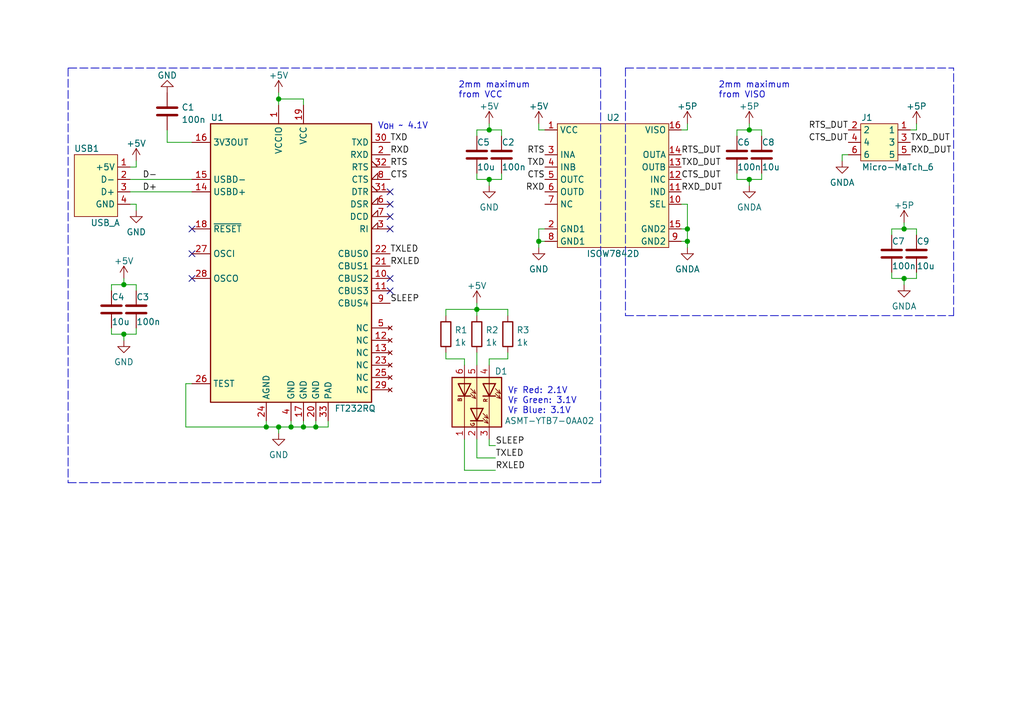
<source format=kicad_sch>
(kicad_sch (version 20211123) (generator eeschema)
  (paper "A5")
  (title_block (title "isolated USB to UART") (date "2022-12-17") (rev "2.1") (company "Peter Züger") (comment 1 "© 2022"))
  (lib_symbols
    (symbol "Device:C" (pin_numbers hide) (pin_names (offset 0.254))
      (property "Reference" "C" (at 0.635 2.54 0))
      (property "Value" "C" (at 0.635 -2.54 0))
      (symbol "C_0_1"
        (polyline (pts (xy -2.032 -0.762) (xy 2.032 -0.762)) (stroke (width 0.508)))
        (polyline (pts (xy -2.032 0.762) (xy 2.032 0.762)) (stroke (width 0.508)))
      )
      (symbol "C_1_1"
        (pin passive line (at 0 3.81 270) (length 2.794) (name "~") (number "1"))
        (pin passive line (at 0 -3.81 90) (length 2.794) (name "~") (number "2"))
      )
    )
    (symbol "Device:R" (pin_numbers hide) (pin_names (offset 0))
      (property "Reference" "R" (at 2.032 0 90))
      (property "Value" "R" (at 0 0 90))
      (symbol "R_0_1"
        (rectangle (start -1.016 -2.54) (end 1.016 2.54) (stroke (width 0.254)))
      )
      (symbol "R_1_1"
        (pin passive line (at 0 3.81 270) (length 1.27) (name "~") (number "1"))
        (pin passive line (at 0 -3.81 90) (length 1.27) (name "~") (number "2"))
      )
    )
    (symbol "LED:ASMT-YTB7-0AA02" (pin_names hide)
      (property "Reference" "D" (at -5.08 6.35 0))
      (property "Value" "ASMT-YTB7-0AA02" (at -5.08 -6.35 0))
      (symbol "ASMT-YTB7-0AA02_0_0"
        (text "B" (at -0.508 -3.4544 0) (effects (font (size 0.762 0.762))))
        (text "G" (at 4.5466 -0.8382 0) (effects (font (size 0.762 0.762))))
        (text "R" (at -0.381 1.8034 0) (effects (font (size 0.762 0.762))))
      )
      (symbol "ASMT-YTB7-0AA02_0_1"
        (rectangle (start -5.08 5.08) (end 5.08 -5.08) (stroke (width 0.254)) (fill (type background)))
        (polyline (pts (xy -5.08 -2.54) (xy 5.08 -2.54)))
        (polyline (pts (xy -5.08 0) (xy 5.08 0)))
        (polyline (pts (xy -5.08 2.54) (xy 5.08 2.54)))
        (polyline (pts (xy -2.794 -1.27) (xy -1.778 -0.254)))
        (polyline (pts (xy -2.794 3.81) (xy -1.778 4.826)))
        (polyline (pts (xy -1.778 -1.27) (xy -0.762 -0.254)))
        (polyline (pts (xy -1.778 3.81) (xy -0.762 4.826)))
        (polyline (pts (xy -1.27 -1.27) (xy -1.27 -3.81)) (stroke (width 0.254)))
        (polyline (pts (xy -1.27 3.81) (xy -1.27 1.27)) (stroke (width 0.254)))
        (polyline (pts (xy 2.286 1.27) (xy 3.302 2.286)))
        (polyline (pts (xy 3.302 1.27) (xy 4.318 2.286)))
        (polyline (pts (xy 3.81 1.27) (xy 3.81 -1.27)) (stroke (width 0.254)))
        (polyline (pts (xy -2.54 4.572) (xy -1.778 4.826) (xy -2.032 4.064)))
        (polyline (pts (xy -2.032 -1.016) (xy -1.778 -0.254) (xy -2.54 -0.508)))
        (polyline (pts (xy -1.524 -0.508) (xy -0.762 -0.254) (xy -1.016 -1.016)))
        (polyline (pts (xy -1.524 4.572) (xy -0.762 4.826) (xy -1.016 4.064)))
        (polyline (pts (xy 3.048 1.524) (xy 3.302 2.286) (xy 2.54 2.032)))
        (polyline (pts (xy 3.556 2.032) (xy 4.318 2.286) (xy 4.064 1.524)))
        (polyline (pts (xy -3.81 -1.27) (xy -3.81 -3.81) (xy -1.27 -2.54) (xy -3.81 -1.27)) (stroke (width 0.254)))
        (polyline (pts (xy -3.81 3.81) (xy -3.81 1.27) (xy -1.27 2.54) (xy -3.81 3.81)) (stroke (width 0.254)))
        (polyline (pts (xy 1.27 1.27) (xy 1.27 -1.27) (xy 3.81 0) (xy 1.27 1.27)) (stroke (width 0.254)))
      )
      (symbol "ASMT-YTB7-0AA02_1_1"
        (pin passive line (at 7.62 -2.54 180) (length 2.54) (name "KB") (number "1"))
        (pin passive line (at 7.62 0 180) (length 2.54) (name "KG") (number "2"))
        (pin passive line (at 7.62 2.54 180) (length 2.54) (name "KR") (number "3"))
        (pin passive line (at -7.62 2.54 0) (length 2.54) (name "AR") (number "4"))
        (pin passive line (at -7.62 0 0) (length 2.54) (name "AG") (number "5"))
        (pin passive line (at -7.62 -2.54 0) (length 2.54) (name "AB") (number "6"))
      )
    )
    (symbol "USBtoUART:FT232RQ"
      (property "Reference" "U" (at -15.24 29.21 0))
      (property "Value" "FT232RQ" (at -12.7 -30.48 0))
      (symbol "FT232RQ_0_1"
        (rectangle (start -16.51 27.94) (end 16.51 -29.21) (stroke (width 0.254)) (fill (type background)))
      )
      (symbol "FT232RQ_1_1"
        (pin power_in line (at -2.54 31.75 270) (length 3.81) (name "VCCIO") (number "1"))
        (pin bidirectional line (at 20.32 -3.81 180) (length 3.81) (name "CBUS2") (number "10"))
        (pin bidirectional line (at 20.32 -6.35 180) (length 3.81) (name "CBUS3") (number "11"))
        (pin no_connect line (at 20.32 -16.51 180) (length 3.81) (name "NC") (number "12"))
        (pin no_connect line (at 20.32 -19.05 180) (length 3.81) (name "NC") (number "13"))
        (pin bidirectional line (at -20.32 13.97 0) (length 3.81) (name "USBD+") (number "14"))
        (pin bidirectional line (at -20.32 16.51 0) (length 3.81) (name "USBD-") (number "15"))
        (pin power_out line (at -20.32 24.13 0) (length 3.81) (name "3V3OUT") (number "16"))
        (pin power_in line (at 2.54 -33.02 90) (length 3.81) (name "GND") (number "17"))
        (pin input line (at -20.32 6.35 0) (length 3.81) (name "~{RESET}") (number "18"))
        (pin power_in line (at 2.54 31.75 270) (length 3.81) (name "VCC") (number "19"))
        (pin input line (at 20.32 21.59 180) (length 3.81) (name "RXD") (number "2"))
        (pin power_in line (at 5.08 -33.02 90) (length 3.81) (name "GND") (number "20"))
        (pin bidirectional line (at 20.32 -1.27 180) (length 3.81) (name "CBUS1") (number "21"))
        (pin bidirectional line (at 20.32 1.27 180) (length 3.81) (name "CBUS0") (number "22"))
        (pin no_connect line (at 20.32 -21.59 180) (length 3.81) (name "NC") (number "23"))
        (pin power_in line (at -5.08 -33.02 90) (length 3.81) (name "AGND") (number "24"))
        (pin no_connect line (at 20.32 -24.13 180) (length 3.81) (name "NC") (number "25"))
        (pin input line (at -20.32 -25.4 0) (length 3.81) (name "TEST") (number "26"))
        (pin input line (at -20.32 1.27 0) (length 3.81) (name "OSCI") (number "27"))
        (pin output line (at -20.32 -3.81 0) (length 3.81) (name "OSCO") (number "28"))
        (pin no_connect line (at 20.32 -26.67 180) (length 3.81) (name "NC") (number "29"))
        (pin input input_low (at 20.32 6.35 180) (length 3.81) (name "RI") (number "3"))
        (pin output line (at 20.32 24.13 180) (length 3.81) (name "TXD") (number "30"))
        (pin output output_low (at 20.32 13.97 180) (length 3.81) (name "DTR") (number "31"))
        (pin output output_low (at 20.32 19.05 180) (length 3.81) (name "RTS") (number "32"))
        (pin power_in line (at 7.62 -33.02 90) (length 3.81) (name "PAD") (number "33"))
        (pin power_in line (at 0 -33.02 90) (length 3.81) (name "GND") (number "4"))
        (pin no_connect line (at 20.32 -13.97 180) (length 3.81) (name "NC") (number "5"))
        (pin input input_low (at 20.32 11.43 180) (length 3.81) (name "DSR") (number "6"))
        (pin input input_low (at 20.32 8.89 180) (length 3.81) (name "DCD") (number "7"))
        (pin input input_low (at 20.32 16.51 180) (length 3.81) (name "CTS") (number "8"))
        (pin bidirectional line (at 20.32 -8.89 180) (length 3.81) (name "CBUS4") (number "9"))
      )
    )
    (symbol "USBtoUART:ISOW7842D"
      (property "Reference" "U" (at -10.16 17.78 0))
      (property "Value" "ISOW7842D" (at 0 -10.16 0))
      (symbol "ISOW7842D_0_1"
        (rectangle (start -11.43 16.51) (end 11.43 -8.89) (stroke (width 0.1524)) (fill (type background)))
      )
      (symbol "ISOW7842D_1_1"
        (pin power_in line (at -13.97 15.24 0) (length 2.54) (name "VCC") (number "1"))
        (pin input line (at 13.97 0 180) (length 2.54) (name "SEL") (number "10"))
        (pin input line (at 13.97 2.54 180) (length 2.54) (name "IND") (number "11"))
        (pin input line (at 13.97 5.08 180) (length 2.54) (name "INC") (number "12"))
        (pin output line (at 13.97 7.62 180) (length 2.54) (name "OUTB") (number "13"))
        (pin output line (at 13.97 10.16 180) (length 2.54) (name "OUTA") (number "14"))
        (pin power_out line (at 13.97 -5.08 180) (length 2.54) (name "GND2") (number "15"))
        (pin power_out line (at 13.97 15.24 180) (length 2.54) (name "VISO") (number "16"))
        (pin power_in line (at -13.97 -5.08 0) (length 2.54) (name "GND1") (number "2"))
        (pin input line (at -13.97 10.16 0) (length 2.54) (name "INA") (number "3"))
        (pin input line (at -13.97 7.62 0) (length 2.54) (name "INB") (number "4"))
        (pin output line (at -13.97 5.08 0) (length 2.54) (name "OUTC") (number "5"))
        (pin output line (at -13.97 2.54 0) (length 2.54) (name "OUTD") (number "6"))
        (pin free line (at -13.97 0 0) (length 2.54) (name "NC") (number "7"))
        (pin power_in line (at -13.97 -7.62 0) (length 2.54) (name "GND1") (number "8"))
        (pin power_in line (at 13.97 -7.62 180) (length 2.54) (name "GND2") (number "9"))
      )
    )
    (symbol "USBtoUART:Micro-MaTch_6"
      (property "Reference" "J" (at -2.54 5.08 0))
      (property "Value" "Micro-MaTch_6" (at 0 -5.08 0))
      (symbol "Micro-MaTch_6_0_1"
        (rectangle (start -3.81 3.81) (end 3.81 -3.81) (stroke (width 0.1524)) (fill (type background)))
      )
      (symbol "Micro-MaTch_6_1_1"
        (pin passive line (at 6.35 2.54 180) (length 2.54) (name "1") (number "1"))
        (pin passive line (at -6.35 2.54 0) (length 2.54) (name "2") (number "2"))
        (pin passive line (at 6.35 0 180) (length 2.54) (name "3") (number "3"))
        (pin passive line (at -6.35 0 0) (length 2.54) (name "4") (number "4"))
        (pin passive line (at 6.35 -2.54 180) (length 2.54) (name "5") (number "5"))
        (pin passive line (at -6.35 -2.54 0) (length 2.54) (name "6") (number "6"))
      )
    )
    (symbol "USBtoUART:USB_A" (in_bom no)
      (property "Reference" "USB" (at -7.62 7.62 0))
      (property "Value" "USB_A" (at -6.35 -7.62 0))
      (symbol "USB_A_0_1"
        (rectangle (start 0 6.35) (end -8.89 -6.35) (stroke (width 0.1524)) (fill (type background)))
      )
      (symbol "USB_A_1_1"
        (pin power_out line (at 2.54 3.81 180) (length 2.54) (name "+5V") (number "1"))
        (pin bidirectional line (at 2.54 1.27 180) (length 2.54) (name "D-") (number "2"))
        (pin bidirectional line (at 2.54 -1.27 180) (length 2.54) (name "D+") (number "3"))
        (pin power_out line (at 2.54 -3.81 180) (length 2.54) (name "GND") (number "4"))
      )
    )
    (symbol "power:+5P" (power) (pin_names (offset 0))
      (property "Value" "+5P" (at 0 3.556 0))
      (symbol "+5P_0_1"
        (polyline (pts (xy -0.762 1.27) (xy 0 2.54)))
        (polyline (pts (xy 0 0) (xy 0 2.54)))
        (polyline (pts (xy 0 2.54) (xy 0.762 1.27)))
      )
      (symbol "+5P_1_1"
        (pin power_in line (at 0 0 90) (length 0) hide (name "+5P") (number "1"))
      )
    )
    (symbol "power:+5V" (power) (pin_names (offset 0))
      (property "Value" "+5V" (at 0 3.556 0))
      (symbol "+5V_0_1"
        (polyline (pts (xy -0.762 1.27) (xy 0 2.54)))
        (polyline (pts (xy 0 0) (xy 0 2.54)))
        (polyline (pts (xy 0 2.54) (xy 0.762 1.27)))
      )
      (symbol "+5V_1_1"
        (pin power_in line (at 0 0 90) (length 0) hide (name "+5V") (number "1"))
      )
    )
    (symbol "power:GND" (power) (pin_names (offset 0))
      (property "Value" "GND" (at 0 -3.81 0))
      (symbol "GND_0_1"
        (polyline (pts (xy 0 0) (xy 0 -1.27) (xy 1.27 -1.27) (xy 0 -2.54) (xy -1.27 -1.27) (xy 0 -1.27)))
      )
      (symbol "GND_1_1"
        (pin power_in line (at 0 0 270) (length 0) hide (name "GND") (number "1"))
      )
    )
    (symbol "power:GNDA" (power) (pin_names (offset 0))
      (property "Value" "GNDA" (at 0 -3.81 0))
      (symbol "GNDA_0_1"
        (polyline (pts (xy 0 0) (xy 0 -1.27) (xy 1.27 -1.27) (xy 0 -2.54) (xy -1.27 -1.27) (xy 0 -1.27)))
      )
      (symbol "GNDA_1_1"
        (pin power_in line (at 0 0 270) (length 0) hide (name "GNDA") (number "1"))
      )
    )
  )
  (junction (at 153.67 26.67))
  (junction (at 185.42 46.99))
  (junction (at 57.15 20.32))
  (junction (at 110.49 49.53))
  (junction (at 25.4 68.58))
  (junction (at 57.15 87.63))
  (junction (at 25.4 58.42))
  (junction (at 62.23 87.63))
  (junction (at 97.79 63.5))
  (junction (at 100.33 36.83))
  (junction (at 185.42 57.15))
  (junction (at 140.97 49.53))
  (junction (at 100.33 26.67))
  (junction (at 59.69 87.63))
  (junction (at 153.67 36.83))
  (junction (at 54.61 87.63))
  (junction (at 140.97 46.99))
  (junction (at 64.77 87.63))
  (no_connect (at 80.01 59.69))
  (no_connect (at 80.01 39.37))
  (no_connect (at 80.01 46.99))
  (no_connect (at 80.01 41.91))
  (no_connect (at 39.37 57.15))
  (no_connect (at 80.01 44.45))
  (no_connect (at 39.37 52.07))
  (no_connect (at 39.37 46.99))
  (no_connect (at 80.01 57.15))
  (wire (pts (xy 97.79 63.5) (xy 97.79 64.77)))
  (wire (pts (xy 26.67 39.37) (xy 39.37 39.37)))
  (wire (pts (xy 34.29 29.21) (xy 39.37 29.21)))
  (wire (pts (xy 26.67 36.83) (xy 39.37 36.83)))
  (wire (pts (xy 102.87 36.83) (xy 102.87 35.56)))
  (wire (pts (xy 185.42 46.99) (xy 187.96 46.99)))
  (wire (pts (xy 25.4 68.58) (xy 27.94 68.58)))
  (wire (pts (xy 91.44 63.5) (xy 97.79 63.5)))
  (wire (pts (xy 62.23 20.32) (xy 57.15 20.32)))
  (wire (pts (xy 67.31 87.63) (xy 64.77 87.63)))
  (wire (pts (xy 22.86 59.69) (xy 22.86 58.42)))
  (wire (pts (xy 172.72 31.75) (xy 173.99 31.75)))
  (polyline (pts (xy 123.19 13.97) (xy 123.19 99.06)))
  (wire (pts (xy 27.94 34.29) (xy 27.94 33.02)))
  (polyline (pts (xy 13.97 13.97) (xy 13.97 99.06)))
  (wire (pts (xy 25.4 58.42) (xy 27.94 58.42)))
  (wire (pts (xy 140.97 46.99) (xy 140.97 49.53)))
  (wire (pts (xy 54.61 87.63) (xy 57.15 87.63)))
  (wire (pts (xy 91.44 73.66) (xy 95.25 73.66)))
  (wire (pts (xy 97.79 90.17) (xy 97.79 93.98)))
  (wire (pts (xy 22.86 67.31) (xy 22.86 68.58)))
  (wire (pts (xy 59.69 86.36) (xy 59.69 87.63)))
  (wire (pts (xy 100.33 73.66) (xy 104.14 73.66)))
  (polyline (pts (xy 13.97 99.06) (xy 123.19 99.06)))
  (wire (pts (xy 57.15 87.63) (xy 57.15 88.9)))
  (wire (pts (xy 139.7 49.53) (xy 140.97 49.53)))
  (wire (pts (xy 62.23 87.63) (xy 64.77 87.63)))
  (wire (pts (xy 39.37 78.74) (xy 38.1 78.74)))
  (wire (pts (xy 110.49 26.67) (xy 111.76 26.67)))
  (wire (pts (xy 34.29 26.67) (xy 34.29 29.21)))
  (wire (pts (xy 151.13 35.56) (xy 151.13 36.83)))
  (wire (pts (xy 97.79 62.23) (xy 97.79 63.5)))
  (wire (pts (xy 110.49 46.99) (xy 111.76 46.99)))
  (wire (pts (xy 22.86 68.58) (xy 25.4 68.58)))
  (wire (pts (xy 100.33 90.17) (xy 100.33 91.44)))
  (wire (pts (xy 97.79 93.98) (xy 101.6 93.98)))
  (wire (pts (xy 104.14 73.66) (xy 104.14 72.39)))
  (wire (pts (xy 95.25 96.52) (xy 101.6 96.52)))
  (wire (pts (xy 62.23 86.36) (xy 62.23 87.63)))
  (wire (pts (xy 57.15 87.63) (xy 59.69 87.63)))
  (wire (pts (xy 172.72 33.02) (xy 172.72 31.75)))
  (wire (pts (xy 110.49 25.4) (xy 110.49 26.67)))
  (wire (pts (xy 25.4 57.15) (xy 25.4 58.42)))
  (wire (pts (xy 97.79 35.56) (xy 97.79 36.83)))
  (wire (pts (xy 139.7 46.99) (xy 140.97 46.99)))
  (wire (pts (xy 185.42 57.15) (xy 185.42 58.42)))
  (wire (pts (xy 100.33 91.44) (xy 101.6 91.44)))
  (polyline (pts (xy 123.19 13.97) (xy 13.97 13.97)))
  (wire (pts (xy 100.33 25.4) (xy 100.33 26.67)))
  (wire (pts (xy 151.13 27.94) (xy 151.13 26.67)))
  (wire (pts (xy 139.7 41.91) (xy 140.97 41.91)))
  (wire (pts (xy 57.15 19.05) (xy 57.15 20.32)))
  (wire (pts (xy 62.23 21.59) (xy 62.23 20.32)))
  (wire (pts (xy 97.79 36.83) (xy 100.33 36.83)))
  (wire (pts (xy 25.4 68.58) (xy 25.4 69.85)))
  (wire (pts (xy 110.49 49.53) (xy 111.76 49.53)))
  (wire (pts (xy 104.14 63.5) (xy 104.14 64.77)))
  (wire (pts (xy 156.21 36.83) (xy 156.21 35.56)))
  (polyline (pts (xy 128.27 64.77) (xy 195.58 64.77)))
  (wire (pts (xy 97.79 63.5) (xy 104.14 63.5)))
  (wire (pts (xy 110.49 49.53) (xy 110.49 46.99)))
  (wire (pts (xy 187.96 57.15) (xy 187.96 55.88)))
  (wire (pts (xy 153.67 36.83) (xy 153.67 38.1)))
  (wire (pts (xy 140.97 26.67) (xy 140.97 25.4)))
  (wire (pts (xy 97.79 72.39) (xy 97.79 74.93)))
  (wire (pts (xy 97.79 27.94) (xy 97.79 26.67)))
  (wire (pts (xy 54.61 86.36) (xy 54.61 87.63)))
  (wire (pts (xy 185.42 45.72) (xy 185.42 46.99)))
  (wire (pts (xy 59.69 87.63) (xy 62.23 87.63)))
  (wire (pts (xy 38.1 87.63) (xy 54.61 87.63)))
  (wire (pts (xy 156.21 26.67) (xy 156.21 27.94)))
  (wire (pts (xy 57.15 20.32) (xy 57.15 21.59)))
  (wire (pts (xy 91.44 72.39) (xy 91.44 73.66)))
  (wire (pts (xy 153.67 25.4) (xy 153.67 26.67)))
  (wire (pts (xy 100.33 36.83) (xy 102.87 36.83)))
  (wire (pts (xy 182.88 57.15) (xy 185.42 57.15)))
  (wire (pts (xy 182.88 55.88) (xy 182.88 57.15)))
  (wire (pts (xy 91.44 64.77) (xy 91.44 63.5)))
  (polyline (pts (xy 128.27 13.97) (xy 128.27 64.77)))
  (wire (pts (xy 27.94 58.42) (xy 27.94 59.69)))
  (wire (pts (xy 139.7 26.67) (xy 140.97 26.67)))
  (wire (pts (xy 185.42 57.15) (xy 187.96 57.15)))
  (wire (pts (xy 140.97 49.53) (xy 140.97 50.8)))
  (wire (pts (xy 95.25 90.17) (xy 95.25 96.52)))
  (wire (pts (xy 22.86 58.42) (xy 25.4 58.42)))
  (wire (pts (xy 97.79 26.67) (xy 100.33 26.67)))
  (wire (pts (xy 38.1 78.74) (xy 38.1 87.63)))
  (wire (pts (xy 153.67 26.67) (xy 156.21 26.67)))
  (polyline (pts (xy 195.58 64.77) (xy 195.58 13.97)))
  (wire (pts (xy 140.97 41.91) (xy 140.97 46.99)))
  (wire (pts (xy 187.96 46.99) (xy 187.96 48.26)))
  (wire (pts (xy 64.77 87.63) (xy 64.77 86.36)))
  (wire (pts (xy 187.96 26.67) (xy 187.96 25.4)))
  (polyline (pts (xy 128.27 13.97) (xy 195.58 13.97)))
  (wire (pts (xy 27.94 68.58) (xy 27.94 67.31)))
  (wire (pts (xy 95.25 73.66) (xy 95.25 74.93)))
  (wire (pts (xy 102.87 26.67) (xy 102.87 27.94)))
  (wire (pts (xy 110.49 50.8) (xy 110.49 49.53)))
  (wire (pts (xy 100.33 26.67) (xy 102.87 26.67)))
  (wire (pts (xy 100.33 74.93) (xy 100.33 73.66)))
  (wire (pts (xy 100.33 36.83) (xy 100.33 38.1)))
  (wire (pts (xy 26.67 41.91) (xy 27.94 41.91)))
  (wire (pts (xy 186.69 26.67) (xy 187.96 26.67)))
  (wire (pts (xy 27.94 41.91) (xy 27.94 43.18)))
  (wire (pts (xy 67.31 86.36) (xy 67.31 87.63)))
  (wire (pts (xy 153.67 36.83) (xy 156.21 36.83)))
  (wire (pts (xy 182.88 48.26) (xy 182.88 46.99)))
  (wire (pts (xy 151.13 36.83) (xy 153.67 36.83)))
  (wire (pts (xy 151.13 26.67) (xy 153.67 26.67)))
  (wire (pts (xy 26.67 34.29) (xy 27.94 34.29)))
  (wire (pts (xy 182.88 46.99) (xy 185.42 46.99)))
  (text "2mm maximum \nfrom VCC" (at 93.98 20.32 0) (effects (font (size 1.27 1.27)) (justify left bottom)))
  (text "2mm maximum \nfrom VISO" (at 147.32 20.32 0) (effects (font (size 1.27 1.27)) (justify left bottom)))
  (text "V_{OH} ~ 4.1V" (at 77.47 26.67 0) (effects (font (size 1.27 1.27)) (justify left bottom)))
  (text "V_{F} Red: 2.1V\nV_{F} Green: 3.1V\nV_{F} Blue: 3.1V" (at 104.14 85.09 0) (effects (font (size 1.27 1.27)) (justify left bottom)))
  (label "CTS_DUT" (at 139.7 36.83 0))
  (label "RXD" (at 80.01 31.75 0))
  (label "CTS" (at 111.76 36.83 180))
  (label "TXLED" (at 80.01 52.07 0))
  (label "RXD" (at 111.76 39.37 180))
  (label "D-" (at 29.21 36.83 0))
  (label "D+" (at 29.21 39.37 0))
  (label "TXD" (at 80.01 29.21 0))
  (label "RXD_DUT" (at 139.7 39.37 0))
  (label "TXD" (at 111.76 34.29 180))
  (label "RTS_DUT" (at 173.99 26.67 180))
  (label "RTS" (at 111.76 31.75 180))
  (label "CTS" (at 80.01 36.83 0))
  (label "RTS_DUT" (at 139.7 31.75 0))
  (label "SLEEP" (at 101.6 91.44 0))
  (label "TXD_DUT" (at 186.69 29.21 0))
  (label "RXD_DUT" (at 186.69 31.75 0))
  (label "SLEEP" (at 80.01 62.23 0))
  (label "TXD_DUT" (at 139.7 34.29 0))
  (label "RTS" (at 80.01 34.29 0))
  (label "RXLED" (at 80.01 54.61 0))
  (label "CTS_DUT" (at 173.99 29.21 180))
  (label "TXLED" (at 101.6 93.98 0))
  (label "RXLED" (at 101.6 96.52 0))
  (symbol (lib_id "LED:ASMT-YTB7-0AA02") (at 97.79 82.55 270) (unit 1)
    (property "Reference" "D1" (at 104.14 76.2 90) (effects (justify right)))
    (property "Value" "ASMT-YTB7-0AA02" (at 121.92 86.36 90) (effects (justify right)))
    (property "Footprint" "LED_SMD:LED_Avago_PLCC6_3x2.8mm" (effects hide))
    (property "Datasheet" "https://docs.broadcom.com/docs/AV02-3793EN" (effects hide))
  )
  (symbol (lib_id "power:GNDA") (at 140.97 50.8 0) (unit 1)
    (property "Reference" "#PWR0109" (effects hide))
    (property "Value" "GNDA" (at 140.97 55.2434 0))
  )
  (symbol (lib_id "Device:C") (at 34.29 22.86 0) (unit 1)
    (property "Reference" "C1" (at 37.211 22.0253 0) (effects (justify left)))
    (property "Value" "100n" (at 37.211 24.5622 0) (effects (justify left)))
    (property "Footprint" "Capacitor_SMD:C_0402_1005Metric" (effects hide))
  )
  (symbol (lib_id "power:+5V") (at 57.15 19.05 0) (unit 1)
    (property "Reference" "#PWR0114" (effects hide))
    (property "Value" "+5V" (at 57.15 15.4742 0))
  )
  (symbol (lib_id "power:GND") (at 100.33 38.1 0) (unit 1)
    (property "Reference" "#PWR0111" (effects hide))
    (property "Value" "GND" (at 100.33 42.5434 0))
  )
  (symbol (lib_id "Device:C") (at 27.94 63.5 0) (unit 1)
    (property "Reference" "C3" (at 27.94 60.96 0) (effects (justify left)))
    (property "Value" "100n" (at 27.94 66.04 0) (effects (justify left)))
    (property "Footprint" "Capacitor_SMD:C_0402_1005Metric" (effects hide))
  )
  (symbol (lib_id "power:GND") (at 34.29 19.05 180) (unit 1)
    (property "Reference" "#PWR0113" (effects hide))
    (property "Value" "GND" (at 34.29 15.4742 0))
  )
  (symbol (lib_id "USBtoUART:USB_A") (at 24.13 38.1 0) (unit 1) (in_bom no)
    (property "Reference" "USB1" (at 17.78 30.48 0))
    (property "Value" "USB_A" (at 21.59 45.72 0))
    (property "Footprint" "USBtoUART:USB_A" (effects hide))
  )
  (symbol (lib_id "power:+5V") (at 27.94 33.02 0) (unit 1)
    (property "Reference" "#PWR0115" (effects hide))
    (property "Value" "+5V" (at 27.94 29.4442 0))
  )
  (symbol (lib_id "power:+5V") (at 97.79 62.23 0) (unit 1)
    (property "Reference" "#PWR0101" (effects hide))
    (property "Value" "+5V" (at 97.79 58.6542 0))
  )
  (symbol (lib_id "USBtoUART:ISOW7842D") (at 125.73 41.91 0) (unit 1)
    (property "Reference" "U2" (at 125.73 24.13 0))
    (property "Value" "ISOW7842D" (at 125.73 52.07 0))
    (property "Footprint" "USBtoUART:SOIC-16W_7.5x10.3mm_P1.27mm_HV" (effects hide))
  )
  (symbol (lib_id "power:+5P") (at 153.67 25.4 0) (unit 1)
    (property "Reference" "#PWR0104" (effects hide))
    (property "Value" "+5P" (at 153.67 21.8242 0))
  )
  (symbol (lib_id "Device:C") (at 97.79 31.75 0) (unit 1)
    (property "Reference" "C5" (at 97.79 29.21 0) (effects (justify left)))
    (property "Value" "10u" (at 97.79 34.29 0) (effects (justify left)))
    (property "Footprint" "Capacitor_SMD:C_0402_1005Metric" (effects hide))
  )
  (symbol (lib_id "Device:C") (at 102.87 31.75 0) (unit 1)
    (property "Reference" "C2" (at 102.87 29.21 0) (effects (justify left)))
    (property "Value" "100n" (at 102.87 34.29 0) (effects (justify left)))
    (property "Footprint" "Capacitor_SMD:C_0402_1005Metric" (effects hide))
  )
  (symbol (lib_id "power:GND") (at 25.4 69.85 0) (unit 1)
    (property "Reference" "#PWR0119" (effects hide))
    (property "Value" "GND" (at 25.4 74.2934 0))
  )
  (symbol (lib_id "power:+5P") (at 140.97 25.4 0) (unit 1)
    (property "Reference" "#PWR0110" (effects hide))
    (property "Value" "+5P" (at 140.97 21.8242 0))
  )
  (symbol (lib_id "power:+5V") (at 110.49 25.4 0) (unit 1)
    (property "Reference" "#PWR0108" (effects hide))
    (property "Value" "+5V" (at 110.49 21.8242 0))
  )
  (symbol (lib_id "power:+5P") (at 185.42 45.72 0) (unit 1)
    (property "Reference" "#PWR0117" (effects hide))
    (property "Value" "+5P" (at 185.42 42.1442 0))
  )
  (symbol (lib_id "Device:R") (at 104.14 68.58 0) (unit 1)
    (property "Reference" "R3" (at 105.918 67.7453 0) (effects (justify left)))
    (property "Value" "1k" (at 105.918 70.2822 0) (effects (justify left)))
    (property "Footprint" "Resistor_SMD:R_0402_1005Metric" (effects hide))
  )
  (symbol (lib_id "Device:C") (at 182.88 52.07 0) (unit 1)
    (property "Reference" "C7" (at 182.88 49.53 0) (effects (justify left)))
    (property "Value" "100n" (at 182.88 54.61 0) (effects (justify left)))
    (property "Footprint" "Capacitor_SMD:C_0402_1005Metric" (effects hide))
  )
  (symbol (lib_id "Device:C") (at 151.13 31.75 0) (unit 1)
    (property "Reference" "C6" (at 151.13 29.21 0) (effects (justify left)))
    (property "Value" "100n" (at 151.13 34.29 0) (effects (justify left)))
    (property "Footprint" "Capacitor_SMD:C_0402_1005Metric" (effects hide))
  )
  (symbol (lib_id "power:+5V") (at 100.33 25.4 0) (unit 1)
    (property "Reference" "#PWR0112" (effects hide))
    (property "Value" "+5V" (at 100.33 21.8242 0))
  )
  (symbol (lib_id "power:GNDA") (at 185.42 58.42 0) (unit 1)
    (property "Reference" "#PWR0118" (effects hide))
    (property "Value" "GNDA" (at 185.42 62.8634 0))
  )
  (symbol (lib_id "Device:C") (at 156.21 31.75 0) (unit 1)
    (property "Reference" "C8" (at 156.21 29.21 0) (effects (justify left)))
    (property "Value" "10u" (at 156.21 34.29 0) (effects (justify left)))
    (property "Footprint" "Capacitor_SMD:C_0402_1005Metric" (effects hide))
  )
  (symbol (lib_id "power:GND") (at 27.94 43.18 0) (unit 1)
    (property "Reference" "#PWR0116" (effects hide))
    (property "Value" "GND" (at 27.94 47.6234 0))
  )
  (symbol (lib_id "Device:C") (at 187.96 52.07 0) (unit 1)
    (property "Reference" "C9" (at 187.96 49.53 0) (effects (justify left)))
    (property "Value" "10u" (at 187.96 54.61 0) (effects (justify left)))
    (property "Footprint" "Capacitor_SMD:C_0402_1005Metric" (effects hide))
  )
  (symbol (lib_id "Device:R") (at 91.44 68.58 0) (unit 1)
    (property "Reference" "R1" (at 93.218 67.7453 0) (effects (justify left)))
    (property "Value" "1k" (at 93.218 70.2822 0) (effects (justify left)))
    (property "Footprint" "Resistor_SMD:R_0402_1005Metric" (effects hide))
  )
  (symbol (lib_id "Device:R") (at 97.79 68.58 0) (unit 1)
    (property "Reference" "R2" (at 99.568 67.7453 0) (effects (justify left)))
    (property "Value" "1k" (at 99.568 70.2822 0) (effects (justify left)))
    (property "Footprint" "Resistor_SMD:R_0402_1005Metric" (effects hide))
  )
  (symbol (lib_id "power:GNDA") (at 172.72 33.02 0) (unit 1)
    (property "Reference" "#PWR0105" (effects hide))
    (property "Value" "GNDA" (at 172.72 37.4634 0))
  )
  (symbol (lib_id "USBtoUART:Micro-MaTch_6") (at 180.34 29.21 0) (unit 1)
    (property "Reference" "J1" (at 177.8 24.13 0))
    (property "Value" "Micro-MaTch_6" (at 184.15 34.29 0))
    (property "Footprint" "USBtoUART:Micro-MaTch_6" (effects hide))
    (property "Datasheet" "https://www.te.com/commerce/DocumentDelivery/DDEController?Action=showdoc&DocId=Customer+Drawing%7F188275%7FS4%7Fpdf%7FEnglish%7FENG_CD_188275_S4.pdf%7F188275-6" (effects hide))
  )
  (symbol (lib_id "power:GND") (at 57.15 88.9 0) (unit 1)
    (property "Reference" "#PWR0102" (effects hide))
    (property "Value" "GND" (at 57.15 93.3434 0))
  )
  (symbol (lib_id "USBtoUART:FT232RQ") (at 59.69 53.34 0) (unit 1)
    (property "Reference" "U1" (at 43.18 24.13 0) (effects (justify left)))
    (property "Value" "FT232RQ" (at 68.58 83.82 0) (effects (justify left)))
    (property "Footprint" "Package_DFN_QFN:QFN-32-1EP_5x5mm_P0.5mm_EP3.3x3.3mm" (effects hide))
    (property "Datasheet" "https://ftdichip.com/wp-content/uploads/2020/08/DS_FT232R.pdf" (effects hide))
  )
  (symbol (lib_id "power:+5P") (at 187.96 25.4 0) (unit 1)
    (property "Reference" "#PWR0106" (effects hide))
    (property "Value" "+5P" (at 187.96 21.8242 0))
  )
  (symbol (lib_id "power:GNDA") (at 153.67 38.1 0) (unit 1)
    (property "Reference" "#PWR0103" (effects hide))
    (property "Value" "GNDA" (at 153.67 42.5434 0))
  )
  (symbol (lib_id "power:GND") (at 110.49 50.8 0) (unit 1)
    (property "Reference" "#PWR0107" (effects hide))
    (property "Value" "GND" (at 110.49 55.2434 0))
  )
  (symbol (lib_id "power:+5V") (at 25.4 57.15 0) (unit 1)
    (property "Reference" "#PWR0120" (effects hide))
    (property "Value" "+5V" (at 25.4 53.5742 0))
  )
  (symbol (lib_id "Device:C") (at 22.86 63.5 0) (unit 1)
    (property "Reference" "C4" (at 22.86 60.96 0) (effects (justify left)))
    (property "Value" "10u" (at 22.86 66.04 0) (effects (justify left)))
    (property "Footprint" "Capacitor_SMD:C_0402_1005Metric" (effects hide))
  )
)
</source>
